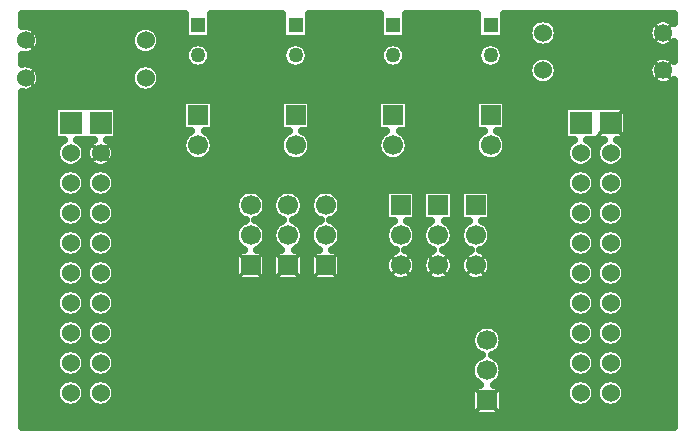
<source format=gbl>
G04 DipTrace 3.2.0.1*
G04 PCBTutorial.gbl*
%MOIN*%
G04 #@! TF.FileFunction,Copper,L2,Bot*
G04 #@! TF.Part,Single*
G04 #@! TA.AperFunction,Conductor*
%ADD14C,0.006*%
G04 #@! TA.AperFunction,CopperBalancing*
%ADD15C,0.013*%
%ADD16C,0.025*%
G04 #@! TA.AperFunction,ComponentPad*
%ADD18C,0.05*%
%ADD19R,0.05X0.05*%
%ADD20R,0.066929X0.066929*%
%ADD21C,0.066929*%
%ADD23C,0.06*%
%ADD24C,0.06*%
%ADD29R,0.074X0.074*%
G04 #@! TA.AperFunction,ViaPad*
%ADD30C,0.04*%
%FSLAX26Y26*%
G04*
G70*
G90*
G75*
G01*
G04 Bottom*
%LPD*%
X1444000Y544000D2*
D14*
Y569000D1*
X1694000Y794000D2*
X1719000D1*
X944197Y844000D2*
X969000D1*
X969197Y744000D2*
X994000D1*
X1519197Y844000D2*
X1494000D1*
X1519197Y694000D2*
X1494000D1*
D30*
X1444000Y544000D3*
X1694000Y794000D3*
X944197Y844000D3*
X969197Y744000D3*
X1519197Y844000D3*
Y694000D3*
X459018Y1806631D2*
D16*
X997412D1*
X1090615D2*
X1322415D1*
X1415583D2*
X1647382D1*
X1740585D2*
X1972386D1*
X2065589D2*
X2159953D1*
X2228037D2*
X2559953D1*
X502869Y1781762D2*
X835108D1*
X902870D2*
X997412D1*
X1090615D2*
X1322415D1*
X1415583D2*
X1647382D1*
X1740585D2*
X1972386D1*
X2065589D2*
X2144092D1*
X2243898D2*
X2544092D1*
X518873Y1756894D2*
X819139D1*
X918874D2*
X997412D1*
X1090615D2*
X1322415D1*
X1415583D2*
X1647382D1*
X1740585D2*
X1972386D1*
X2065589D2*
X2143912D1*
X2244077D2*
X2543913D1*
X519123Y1732025D2*
X818888D1*
X919125D2*
X1019157D1*
X1068833D2*
X1344161D1*
X1393837D2*
X1669164D1*
X1718840D2*
X1994167D1*
X2043843D2*
X2159198D1*
X2228790D2*
X2559199D1*
X503945Y1707156D2*
X834031D1*
X903946D2*
X999421D1*
X1088606D2*
X1324425D1*
X1413609D2*
X1649392D1*
X1738576D2*
X1974395D1*
X2063579D2*
X2628995D1*
X459018Y1682287D2*
X998991D1*
X1089001D2*
X1323995D1*
X1414004D2*
X1648997D1*
X1739007D2*
X1974000D1*
X2064010D2*
X2160777D1*
X2227247D2*
X2560778D1*
X502079Y1657419D2*
X835933D1*
X902080D2*
X1016861D1*
X1071130D2*
X1341865D1*
X1396134D2*
X1666867D1*
X1721136D2*
X1991870D1*
X2046139D2*
X2144270D1*
X2243718D2*
X2544272D1*
X518693Y1632550D2*
X819319D1*
X918694D2*
X2143769D1*
X2244256D2*
X2543769D1*
X519268Y1607681D2*
X818709D1*
X919269D2*
X2158445D1*
X2229543D2*
X2558446D1*
X504698Y1582812D2*
X833314D1*
X904699D2*
X2628995D1*
X459018Y1557944D2*
X2628995D1*
X459018Y1533075D2*
X988944D1*
X1099049D2*
X1313946D1*
X1424051D2*
X1638950D1*
X1749054D2*
X1963953D1*
X2074058D2*
X2628995D1*
X459018Y1508206D2*
X560415D1*
X777597D2*
X988944D1*
X1099049D2*
X1313946D1*
X1424051D2*
X1638950D1*
X1749054D2*
X1963953D1*
X2074058D2*
X2260392D1*
X2477612D2*
X2628995D1*
X459018Y1483337D2*
X560415D1*
X777597D2*
X988944D1*
X1099049D2*
X1313946D1*
X1424051D2*
X1638950D1*
X1749054D2*
X1963953D1*
X2074058D2*
X2260392D1*
X2477612D2*
X2628995D1*
X459018Y1458469D2*
X560415D1*
X777597D2*
X988944D1*
X1099049D2*
X1313946D1*
X1424051D2*
X1638950D1*
X1749054D2*
X1963953D1*
X2074058D2*
X2260392D1*
X2477612D2*
X2628995D1*
X459018Y1433600D2*
X560415D1*
X777597D2*
X1006921D1*
X1081071D2*
X1331925D1*
X1406073D2*
X1656928D1*
X1731076D2*
X1981930D1*
X2056080D2*
X2260392D1*
X2477612D2*
X2628995D1*
X459018Y1408731D2*
X587651D1*
X650353D2*
X687660D1*
X750362D2*
X991025D1*
X1096967D2*
X1316028D1*
X1421970D2*
X1641031D1*
X1746974D2*
X1966034D1*
X2071941D2*
X2287664D1*
X2350366D2*
X2387638D1*
X2450339D2*
X2628995D1*
X459018Y1383862D2*
X569709D1*
X768303D2*
X989912D1*
X1098080D2*
X1314916D1*
X1423083D2*
X1639919D1*
X1748085D2*
X1964921D1*
X2073089D2*
X2269686D1*
X2468281D2*
X2628995D1*
X459018Y1358993D2*
X568417D1*
X769559D2*
X1002293D1*
X1085699D2*
X1327295D1*
X1410702D2*
X1652299D1*
X1735706D2*
X1977302D1*
X2060709D2*
X2268430D1*
X2469573D2*
X2628995D1*
X459018Y1334125D2*
X581945D1*
X656058D2*
X681954D1*
X756067D2*
X2281923D1*
X2356071D2*
X2381932D1*
X2456045D2*
X2628995D1*
X459018Y1309256D2*
X588404D1*
X649598D2*
X688378D1*
X749608D2*
X2288382D1*
X2349612D2*
X2388391D1*
X2449622D2*
X2628995D1*
X459018Y1284387D2*
X569888D1*
X768125D2*
X2269865D1*
X2468138D2*
X2628995D1*
X459018Y1259518D2*
X568310D1*
X769668D2*
X2268323D1*
X2469681D2*
X2628995D1*
X459018Y1234650D2*
X581407D1*
X656596D2*
X681416D1*
X756570D2*
X1183185D1*
X1254822D2*
X1308169D1*
X1379843D2*
X1433190D1*
X1504827D2*
X1663925D1*
X1774066D2*
X1788946D1*
X1899050D2*
X1913930D1*
X2024071D2*
X2281420D1*
X2356573D2*
X2381429D1*
X2456583D2*
X2628995D1*
X459018Y1209781D2*
X589157D1*
X648845D2*
X689167D1*
X748854D2*
X1166354D1*
X1271651D2*
X1291375D1*
X1396636D2*
X1416360D1*
X1521656D2*
X1663925D1*
X1774066D2*
X1788946D1*
X1899050D2*
X1913930D1*
X2024071D2*
X2289171D1*
X2348858D2*
X2389144D1*
X2448832D2*
X2628995D1*
X459018Y1184912D2*
X570067D1*
X767945D2*
X1164740D1*
X1273266D2*
X1289724D1*
X1398286D2*
X1414710D1*
X1523272D2*
X1663925D1*
X1774066D2*
X1788946D1*
X1899050D2*
X1913930D1*
X2024071D2*
X2270045D1*
X2467958D2*
X2628995D1*
X459018Y1160043D2*
X568238D1*
X769776D2*
X1176366D1*
X1261639D2*
X1301387D1*
X1386625D2*
X1426371D1*
X1511609D2*
X1663925D1*
X1774066D2*
X1788946D1*
X1899050D2*
X1913930D1*
X2024071D2*
X2268215D1*
X2469789D2*
X2628995D1*
X459018Y1135175D2*
X580904D1*
X657098D2*
X680913D1*
X757108D2*
X1183831D1*
X1254176D2*
X1308815D1*
X1379160D2*
X1433836D1*
X1504181D2*
X1683841D1*
X1754186D2*
X1808825D1*
X1879171D2*
X1933810D1*
X2004192D2*
X2280917D1*
X2357076D2*
X2380927D1*
X2457085D2*
X2628995D1*
X459018Y1110306D2*
X589948D1*
X648056D2*
X689957D1*
X748029D2*
X1166534D1*
X1271472D2*
X1291518D1*
X1396457D2*
X1416539D1*
X1521476D2*
X1666545D1*
X1771482D2*
X1791529D1*
X1896467D2*
X1916514D1*
X2021487D2*
X2289961D1*
X2348033D2*
X2389970D1*
X2448042D2*
X2628995D1*
X459018Y1085437D2*
X570247D1*
X767765D2*
X1164633D1*
X1273374D2*
X1289654D1*
X1398358D2*
X1414638D1*
X1523379D2*
X1664643D1*
X1773348D2*
X1789627D1*
X1898369D2*
X1914648D1*
X2023353D2*
X2270224D1*
X2467778D2*
X2628995D1*
X459018Y1060568D2*
X568130D1*
X769883D2*
X1175936D1*
X1262070D2*
X1300921D1*
X1387055D2*
X1425941D1*
X1512075D2*
X1675946D1*
X1762080D2*
X1800930D1*
X1887066D2*
X1925951D1*
X2012050D2*
X2268143D1*
X2469860D2*
X2628995D1*
X459018Y1035699D2*
X580402D1*
X657566D2*
X680411D1*
X757575D2*
X1163950D1*
X1274055D2*
X1288936D1*
X1399076D2*
X1413920D1*
X1524060D2*
X1684487D1*
X1753504D2*
X1809507D1*
X1878488D2*
X1934492D1*
X2003509D2*
X2280416D1*
X2357579D2*
X2380425D1*
X2457588D2*
X2628995D1*
X459018Y1010831D2*
X590773D1*
X647194D2*
X690782D1*
X747203D2*
X1163950D1*
X1274055D2*
X1288936D1*
X1399076D2*
X1413920D1*
X1524060D2*
X1666688D1*
X1771303D2*
X1791709D1*
X1896287D2*
X1916693D1*
X2021308D2*
X2290786D1*
X2347207D2*
X2390795D1*
X2447217D2*
X2628995D1*
X459018Y985962D2*
X570427D1*
X767587D2*
X1163950D1*
X1274055D2*
X1288936D1*
X1399076D2*
X1413920D1*
X1524060D2*
X1664571D1*
X1773455D2*
X1789555D1*
X1898441D2*
X1914541D1*
X2023461D2*
X2270440D1*
X2467563D2*
X2628995D1*
X459018Y961093D2*
X568058D1*
X769954D2*
X1163950D1*
X1274055D2*
X1288936D1*
X1399076D2*
X1413920D1*
X1524060D2*
X1675516D1*
X1762475D2*
X1800500D1*
X1887496D2*
X1925521D1*
X2012480D2*
X2268035D1*
X2469967D2*
X2628995D1*
X459018Y936224D2*
X579936D1*
X658067D2*
X679945D1*
X758076D2*
X2279949D1*
X2358045D2*
X2379958D1*
X2458054D2*
X2628995D1*
X459018Y911356D2*
X591669D1*
X646333D2*
X691678D1*
X746343D2*
X2291647D1*
X2346346D2*
X2391656D1*
X2446320D2*
X2628995D1*
X459018Y886487D2*
X570606D1*
X767371D2*
X2270619D1*
X2467385D2*
X2628995D1*
X459018Y861618D2*
X567950D1*
X770026D2*
X2267963D1*
X2470039D2*
X2628995D1*
X459018Y836749D2*
X579469D1*
X658534D2*
X679478D1*
X758508D2*
X2279483D1*
X2358512D2*
X2379492D1*
X2458521D2*
X2628995D1*
X459018Y811881D2*
X592567D1*
X645400D2*
X692576D1*
X745409D2*
X2292580D1*
X2345413D2*
X2392589D1*
X2445423D2*
X2628995D1*
X459018Y787012D2*
X570822D1*
X767192D2*
X1973785D1*
X2039214D2*
X2270835D1*
X2467169D2*
X2628995D1*
X459018Y762143D2*
X567878D1*
X770134D2*
X1954659D1*
X2058340D2*
X2267892D1*
X2470112D2*
X2628995D1*
X459018Y737274D2*
X579038D1*
X658965D2*
X679012D1*
X758974D2*
X1951860D1*
X2061139D2*
X2279016D1*
X2358978D2*
X2379025D1*
X2458987D2*
X2628995D1*
X459018Y712406D2*
X593535D1*
X644467D2*
X693545D1*
X744441D2*
X1961979D1*
X2051020D2*
X2293549D1*
X2344445D2*
X2393558D1*
X2444454D2*
X2628995D1*
X459018Y687537D2*
X571037D1*
X766976D2*
X1974538D1*
X2038461D2*
X2271050D1*
X2466954D2*
X2628995D1*
X459018Y662668D2*
X567807D1*
X770206D2*
X1954874D1*
X2058125D2*
X2267820D1*
X2470182D2*
X2628995D1*
X459018Y637799D2*
X578572D1*
X659395D2*
X678581D1*
X759404D2*
X1951787D1*
X2061211D2*
X2278585D1*
X2359408D2*
X2378594D1*
X2459417D2*
X2628995D1*
X459018Y612930D2*
X594576D1*
X643427D2*
X694585D1*
X743436D2*
X1961584D1*
X2051415D2*
X2294554D1*
X2343440D2*
X2394563D1*
X2443413D2*
X2628995D1*
X459018Y588062D2*
X571252D1*
X766761D2*
X1951429D1*
X2061570D2*
X2271265D1*
X2466738D2*
X2628995D1*
X459018Y563193D2*
X567735D1*
X770241D2*
X1951429D1*
X2061570D2*
X2267748D1*
X2470255D2*
X2628995D1*
X459018Y538324D2*
X578177D1*
X659825D2*
X678151D1*
X759835D2*
X1951429D1*
X2061570D2*
X2278155D1*
X2359839D2*
X2378164D1*
X2459848D2*
X2628995D1*
X459018Y513455D2*
X1951429D1*
X2061570D2*
X2628995D1*
X459018Y488587D2*
X2628995D1*
X459018Y463718D2*
X2628995D1*
X572087Y1525100D2*
X775100D1*
Y1412900D1*
X740974D1*
X746769Y1409493D1*
X752496Y1404900D1*
X757475Y1399504D1*
X761593Y1393425D1*
X764760Y1386801D1*
X766903Y1379778D1*
X767974Y1372514D1*
X767962Y1365329D1*
X766867Y1358068D1*
X764702Y1351052D1*
X761516Y1344438D1*
X757378Y1338374D1*
X752382Y1332993D1*
X746639Y1328419D1*
X740278Y1324751D1*
X733442Y1322072D1*
X726283Y1320444D1*
X718961Y1319900D1*
X711639Y1320455D1*
X704483Y1322096D1*
X697651Y1324785D1*
X691297Y1328462D1*
X685562Y1333047D1*
X680573Y1338434D1*
X676445Y1344507D1*
X673269Y1351126D1*
X671115Y1358146D1*
X670031Y1365407D1*
X670043Y1372749D1*
X671150Y1380008D1*
X673327Y1387020D1*
X676524Y1393630D1*
X680672Y1399688D1*
X685676Y1405060D1*
X691427Y1409626D1*
X697029Y1412900D1*
X641291Y1412748D1*
X647861Y1408723D1*
X653719Y1403719D1*
X658723Y1397861D1*
X662748Y1391291D1*
X665697Y1384173D1*
X667496Y1376681D1*
X668100Y1369000D1*
X667496Y1361319D1*
X665697Y1353827D1*
X662748Y1346709D1*
X658723Y1340139D1*
X653719Y1334281D1*
X647861Y1329277D1*
X641291Y1325252D1*
X634173Y1322303D1*
X626681Y1320504D1*
X619000Y1319900D1*
X611319Y1320504D1*
X603827Y1322303D1*
X596709Y1325252D1*
X590139Y1329277D1*
X584281Y1334281D1*
X579277Y1340139D1*
X575252Y1346709D1*
X572303Y1353827D1*
X570504Y1361319D1*
X569900Y1369000D1*
X570504Y1376681D1*
X572303Y1384173D1*
X575252Y1391291D1*
X579277Y1397861D1*
X584281Y1403719D1*
X590139Y1408723D1*
X597051Y1412906D1*
X562900Y1412900D1*
Y1525100D1*
X572087D1*
X667949Y1265148D2*
X666743Y1257538D1*
X664362Y1250210D1*
X660865Y1243345D1*
X656336Y1237112D1*
X650888Y1231664D1*
X644655Y1227135D1*
X637790Y1223638D1*
X630462Y1221257D1*
X622852Y1220051D1*
X615148D1*
X607538Y1221257D1*
X600210Y1223638D1*
X593345Y1227135D1*
X587112Y1231664D1*
X581664Y1237112D1*
X577135Y1243345D1*
X573638Y1250210D1*
X571257Y1257538D1*
X570051Y1265148D1*
Y1272852D1*
X571257Y1280462D1*
X573638Y1287790D1*
X577135Y1294655D1*
X581664Y1300888D1*
X587112Y1306336D1*
X593345Y1310865D1*
X600210Y1314362D1*
X607538Y1316743D1*
X615148Y1317949D1*
X622852D1*
X630462Y1316743D1*
X637790Y1314362D1*
X644655Y1310865D1*
X650888Y1306336D1*
X656336Y1300888D1*
X660865Y1294655D1*
X664362Y1287790D1*
X666743Y1280462D1*
X667949Y1272852D1*
Y1265148D1*
Y1165148D2*
X666743Y1157538D1*
X664362Y1150210D1*
X660865Y1143345D1*
X656336Y1137112D1*
X650888Y1131664D1*
X644655Y1127135D1*
X637790Y1123638D1*
X630462Y1121257D1*
X622852Y1120051D1*
X615148D1*
X607538Y1121257D1*
X600210Y1123638D1*
X593345Y1127135D1*
X587112Y1131664D1*
X581664Y1137112D1*
X577135Y1143345D1*
X573638Y1150210D1*
X571257Y1157538D1*
X570051Y1165148D1*
Y1172852D1*
X571257Y1180462D1*
X573638Y1187790D1*
X577135Y1194655D1*
X581664Y1200888D1*
X587112Y1206336D1*
X593345Y1210865D1*
X600210Y1214362D1*
X607538Y1216743D1*
X615148Y1217949D1*
X622852D1*
X630462Y1216743D1*
X637790Y1214362D1*
X644655Y1210865D1*
X650888Y1206336D1*
X656336Y1200888D1*
X660865Y1194655D1*
X664362Y1187790D1*
X666743Y1180462D1*
X667949Y1172852D1*
Y1165148D1*
Y1065148D2*
X666743Y1057538D1*
X664362Y1050210D1*
X660865Y1043345D1*
X656336Y1037112D1*
X650888Y1031664D1*
X644655Y1027135D1*
X637790Y1023638D1*
X630462Y1021257D1*
X622852Y1020051D1*
X615148D1*
X607538Y1021257D1*
X600210Y1023638D1*
X593345Y1027135D1*
X587112Y1031664D1*
X581664Y1037112D1*
X577135Y1043345D1*
X573638Y1050210D1*
X571257Y1057538D1*
X570051Y1065148D1*
Y1072852D1*
X571257Y1080462D1*
X573638Y1087790D1*
X577135Y1094655D1*
X581664Y1100888D1*
X587112Y1106336D1*
X593345Y1110865D1*
X600210Y1114362D1*
X607538Y1116743D1*
X615148Y1117949D1*
X622852D1*
X630462Y1116743D1*
X637790Y1114362D1*
X644655Y1110865D1*
X650888Y1106336D1*
X656336Y1100888D1*
X660865Y1094655D1*
X664362Y1087790D1*
X666743Y1080462D1*
X667949Y1072852D1*
Y1065148D1*
Y965148D2*
X666743Y957538D1*
X664362Y950210D1*
X660865Y943345D1*
X656336Y937112D1*
X650888Y931664D1*
X644655Y927135D1*
X637790Y923638D1*
X630462Y921257D1*
X622852Y920051D1*
X615148D1*
X607538Y921257D1*
X600210Y923638D1*
X593345Y927135D1*
X587112Y931664D1*
X581664Y937112D1*
X577135Y943345D1*
X573638Y950210D1*
X571257Y957538D1*
X570051Y965148D1*
Y972852D1*
X571257Y980462D1*
X573638Y987790D1*
X577135Y994655D1*
X581664Y1000888D1*
X587112Y1006336D1*
X593345Y1010865D1*
X600210Y1014362D1*
X607538Y1016743D1*
X615148Y1017949D1*
X622852D1*
X630462Y1016743D1*
X637790Y1014362D1*
X644655Y1010865D1*
X650888Y1006336D1*
X656336Y1000888D1*
X660865Y994655D1*
X664362Y987790D1*
X666743Y980462D1*
X667949Y972852D1*
Y965148D1*
Y865148D2*
X666743Y857538D1*
X664362Y850210D1*
X660865Y843345D1*
X656336Y837112D1*
X650888Y831664D1*
X644655Y827135D1*
X637790Y823638D1*
X630462Y821257D1*
X622852Y820051D1*
X615148D1*
X607538Y821257D1*
X600210Y823638D1*
X593345Y827135D1*
X587112Y831664D1*
X581664Y837112D1*
X577135Y843345D1*
X573638Y850210D1*
X571257Y857538D1*
X570051Y865148D1*
Y872852D1*
X571257Y880462D1*
X573638Y887790D1*
X577135Y894655D1*
X581664Y900888D1*
X587112Y906336D1*
X593345Y910865D1*
X600210Y914362D1*
X607538Y916743D1*
X615148Y917949D1*
X622852D1*
X630462Y916743D1*
X637790Y914362D1*
X644655Y910865D1*
X650888Y906336D1*
X656336Y900888D1*
X660865Y894655D1*
X664362Y887790D1*
X666743Y880462D1*
X667949Y872852D1*
Y865148D1*
Y765148D2*
X666743Y757538D1*
X664362Y750210D1*
X660865Y743345D1*
X656336Y737112D1*
X650888Y731664D1*
X644655Y727135D1*
X637790Y723638D1*
X630462Y721257D1*
X622852Y720051D1*
X615148D1*
X607538Y721257D1*
X600210Y723638D1*
X593345Y727135D1*
X587112Y731664D1*
X581664Y737112D1*
X577135Y743345D1*
X573638Y750210D1*
X571257Y757538D1*
X570051Y765148D1*
Y772852D1*
X571257Y780462D1*
X573638Y787790D1*
X577135Y794655D1*
X581664Y800888D1*
X587112Y806336D1*
X593345Y810865D1*
X600210Y814362D1*
X607538Y816743D1*
X615148Y817949D1*
X622852D1*
X630462Y816743D1*
X637790Y814362D1*
X644655Y810865D1*
X650888Y806336D1*
X656336Y800888D1*
X660865Y794655D1*
X664362Y787790D1*
X666743Y780462D1*
X667949Y772852D1*
Y765148D1*
Y665148D2*
X666743Y657538D1*
X664362Y650210D1*
X660865Y643345D1*
X656336Y637112D1*
X650888Y631664D1*
X644655Y627135D1*
X637790Y623638D1*
X630462Y621257D1*
X622852Y620051D1*
X615148D1*
X607538Y621257D1*
X600210Y623638D1*
X593345Y627135D1*
X587112Y631664D1*
X581664Y637112D1*
X577135Y643345D1*
X573638Y650210D1*
X571257Y657538D1*
X570051Y665148D1*
Y672852D1*
X571257Y680462D1*
X573638Y687790D1*
X577135Y694655D1*
X581664Y700888D1*
X587112Y706336D1*
X593345Y710865D1*
X600210Y714362D1*
X607538Y716743D1*
X615148Y717949D1*
X622852D1*
X630462Y716743D1*
X637790Y714362D1*
X644655Y710865D1*
X650888Y706336D1*
X656336Y700888D1*
X660865Y694655D1*
X664362Y687790D1*
X666743Y680462D1*
X667949Y672852D1*
Y665148D1*
Y565148D2*
X666743Y557538D1*
X664362Y550210D1*
X660865Y543345D1*
X656336Y537112D1*
X650888Y531664D1*
X644655Y527135D1*
X637790Y523638D1*
X630462Y521257D1*
X622852Y520051D1*
X615148D1*
X607538Y521257D1*
X600210Y523638D1*
X593345Y527135D1*
X587112Y531664D1*
X581664Y537112D1*
X577135Y543345D1*
X573638Y550210D1*
X571257Y557538D1*
X570051Y565148D1*
Y572852D1*
X571257Y580462D1*
X573638Y587790D1*
X577135Y594655D1*
X581664Y600888D1*
X587112Y606336D1*
X593345Y610865D1*
X600210Y614362D1*
X607538Y616743D1*
X615148Y617949D1*
X622852D1*
X630462Y616743D1*
X637790Y614362D1*
X644655Y610865D1*
X650888Y606336D1*
X656336Y600888D1*
X660865Y594655D1*
X664362Y587790D1*
X666743Y580462D1*
X667949Y572852D1*
Y565148D1*
X767949Y1265148D2*
X766743Y1257538D1*
X764362Y1250210D1*
X760865Y1243345D1*
X756336Y1237112D1*
X750888Y1231664D1*
X744655Y1227135D1*
X737790Y1223638D1*
X730462Y1221257D1*
X722852Y1220051D1*
X715148D1*
X707538Y1221257D1*
X700210Y1223638D1*
X693345Y1227135D1*
X687112Y1231664D1*
X681664Y1237112D1*
X677135Y1243345D1*
X673638Y1250210D1*
X671257Y1257538D1*
X670051Y1265148D1*
Y1272852D1*
X671257Y1280462D1*
X673638Y1287790D1*
X677135Y1294655D1*
X681664Y1300888D1*
X687112Y1306336D1*
X693345Y1310865D1*
X700210Y1314362D1*
X707538Y1316743D1*
X715148Y1317949D1*
X722852D1*
X730462Y1316743D1*
X737790Y1314362D1*
X744655Y1310865D1*
X750888Y1306336D1*
X756336Y1300888D1*
X760865Y1294655D1*
X764362Y1287790D1*
X766743Y1280462D1*
X767949Y1272852D1*
Y1265148D1*
Y1165148D2*
X766743Y1157538D1*
X764362Y1150210D1*
X760865Y1143345D1*
X756336Y1137112D1*
X750888Y1131664D1*
X744655Y1127135D1*
X737790Y1123638D1*
X730462Y1121257D1*
X722852Y1120051D1*
X715148D1*
X707538Y1121257D1*
X700210Y1123638D1*
X693345Y1127135D1*
X687112Y1131664D1*
X681664Y1137112D1*
X677135Y1143345D1*
X673638Y1150210D1*
X671257Y1157538D1*
X670051Y1165148D1*
Y1172852D1*
X671257Y1180462D1*
X673638Y1187790D1*
X677135Y1194655D1*
X681664Y1200888D1*
X687112Y1206336D1*
X693345Y1210865D1*
X700210Y1214362D1*
X707538Y1216743D1*
X715148Y1217949D1*
X722852D1*
X730462Y1216743D1*
X737790Y1214362D1*
X744655Y1210865D1*
X750888Y1206336D1*
X756336Y1200888D1*
X760865Y1194655D1*
X764362Y1187790D1*
X766743Y1180462D1*
X767949Y1172852D1*
Y1165148D1*
Y1065148D2*
X766743Y1057538D1*
X764362Y1050210D1*
X760865Y1043345D1*
X756336Y1037112D1*
X750888Y1031664D1*
X744655Y1027135D1*
X737790Y1023638D1*
X730462Y1021257D1*
X722852Y1020051D1*
X715148D1*
X707538Y1021257D1*
X700210Y1023638D1*
X693345Y1027135D1*
X687112Y1031664D1*
X681664Y1037112D1*
X677135Y1043345D1*
X673638Y1050210D1*
X671257Y1057538D1*
X670051Y1065148D1*
Y1072852D1*
X671257Y1080462D1*
X673638Y1087790D1*
X677135Y1094655D1*
X681664Y1100888D1*
X687112Y1106336D1*
X693345Y1110865D1*
X700210Y1114362D1*
X707538Y1116743D1*
X715148Y1117949D1*
X722852D1*
X730462Y1116743D1*
X737790Y1114362D1*
X744655Y1110865D1*
X750888Y1106336D1*
X756336Y1100888D1*
X760865Y1094655D1*
X764362Y1087790D1*
X766743Y1080462D1*
X767949Y1072852D1*
Y1065148D1*
Y965148D2*
X766743Y957538D1*
X764362Y950210D1*
X760865Y943345D1*
X756336Y937112D1*
X750888Y931664D1*
X744655Y927135D1*
X737790Y923638D1*
X730462Y921257D1*
X722852Y920051D1*
X715148D1*
X707538Y921257D1*
X700210Y923638D1*
X693345Y927135D1*
X687112Y931664D1*
X681664Y937112D1*
X677135Y943345D1*
X673638Y950210D1*
X671257Y957538D1*
X670051Y965148D1*
Y972852D1*
X671257Y980462D1*
X673638Y987790D1*
X677135Y994655D1*
X681664Y1000888D1*
X687112Y1006336D1*
X693345Y1010865D1*
X700210Y1014362D1*
X707538Y1016743D1*
X715148Y1017949D1*
X722852D1*
X730462Y1016743D1*
X737790Y1014362D1*
X744655Y1010865D1*
X750888Y1006336D1*
X756336Y1000888D1*
X760865Y994655D1*
X764362Y987790D1*
X766743Y980462D1*
X767949Y972852D1*
Y965148D1*
Y865148D2*
X766743Y857538D1*
X764362Y850210D1*
X760865Y843345D1*
X756336Y837112D1*
X750888Y831664D1*
X744655Y827135D1*
X737790Y823638D1*
X730462Y821257D1*
X722852Y820051D1*
X715148D1*
X707538Y821257D1*
X700210Y823638D1*
X693345Y827135D1*
X687112Y831664D1*
X681664Y837112D1*
X677135Y843345D1*
X673638Y850210D1*
X671257Y857538D1*
X670051Y865148D1*
Y872852D1*
X671257Y880462D1*
X673638Y887790D1*
X677135Y894655D1*
X681664Y900888D1*
X687112Y906336D1*
X693345Y910865D1*
X700210Y914362D1*
X707538Y916743D1*
X715148Y917949D1*
X722852D1*
X730462Y916743D1*
X737790Y914362D1*
X744655Y910865D1*
X750888Y906336D1*
X756336Y900888D1*
X760865Y894655D1*
X764362Y887790D1*
X766743Y880462D1*
X767949Y872852D1*
Y865148D1*
Y765148D2*
X766743Y757538D1*
X764362Y750210D1*
X760865Y743345D1*
X756336Y737112D1*
X750888Y731664D1*
X744655Y727135D1*
X737790Y723638D1*
X730462Y721257D1*
X722852Y720051D1*
X715148D1*
X707538Y721257D1*
X700210Y723638D1*
X693345Y727135D1*
X687112Y731664D1*
X681664Y737112D1*
X677135Y743345D1*
X673638Y750210D1*
X671257Y757538D1*
X670051Y765148D1*
Y772852D1*
X671257Y780462D1*
X673638Y787790D1*
X677135Y794655D1*
X681664Y800888D1*
X687112Y806336D1*
X693345Y810865D1*
X700210Y814362D1*
X707538Y816743D1*
X715148Y817949D1*
X722852D1*
X730462Y816743D1*
X737790Y814362D1*
X744655Y810865D1*
X750888Y806336D1*
X756336Y800888D1*
X760865Y794655D1*
X764362Y787790D1*
X766743Y780462D1*
X767949Y772852D1*
Y765148D1*
Y665148D2*
X766743Y657538D1*
X764362Y650210D1*
X760865Y643345D1*
X756336Y637112D1*
X750888Y631664D1*
X744655Y627135D1*
X737790Y623638D1*
X730462Y621257D1*
X722852Y620051D1*
X715148D1*
X707538Y621257D1*
X700210Y623638D1*
X693345Y627135D1*
X687112Y631664D1*
X681664Y637112D1*
X677135Y643345D1*
X673638Y650210D1*
X671257Y657538D1*
X670051Y665148D1*
Y672852D1*
X671257Y680462D1*
X673638Y687790D1*
X677135Y694655D1*
X681664Y700888D1*
X687112Y706336D1*
X693345Y710865D1*
X700210Y714362D1*
X707538Y716743D1*
X715148Y717949D1*
X722852D1*
X730462Y716743D1*
X737790Y714362D1*
X744655Y710865D1*
X750888Y706336D1*
X756336Y700888D1*
X760865Y694655D1*
X764362Y687790D1*
X766743Y680462D1*
X767949Y672852D1*
Y665148D1*
Y565148D2*
X766743Y557538D1*
X764362Y550210D1*
X760865Y543345D1*
X756336Y537112D1*
X750888Y531664D1*
X744655Y527135D1*
X737790Y523638D1*
X730462Y521257D1*
X722852Y520051D1*
X715148D1*
X707538Y521257D1*
X700210Y523638D1*
X693345Y527135D1*
X687112Y531664D1*
X681664Y537112D1*
X677135Y543345D1*
X673638Y550210D1*
X671257Y557538D1*
X670051Y565148D1*
Y572852D1*
X671257Y580462D1*
X673638Y587790D1*
X677135Y594655D1*
X681664Y600888D1*
X687112Y606336D1*
X693345Y610865D1*
X700210Y614362D1*
X707538Y616743D1*
X715148Y617949D1*
X722852D1*
X730462Y616743D1*
X737790Y614362D1*
X744655Y610865D1*
X750888Y606336D1*
X756336Y600888D1*
X760865Y594655D1*
X764362Y587790D1*
X766743Y580462D1*
X767949Y572852D1*
Y565148D1*
X2272087Y1525100D2*
X2475100D1*
Y1412900D1*
X2441291Y1412748D1*
X2447861Y1408723D1*
X2453719Y1403719D1*
X2458723Y1397861D1*
X2462748Y1391291D1*
X2465697Y1384173D1*
X2467496Y1376681D1*
X2468100Y1369000D1*
X2467496Y1361319D1*
X2465697Y1353827D1*
X2462748Y1346709D1*
X2458723Y1340139D1*
X2453719Y1334281D1*
X2447861Y1329277D1*
X2441291Y1325252D1*
X2434173Y1322303D1*
X2426681Y1320504D1*
X2419000Y1319900D1*
X2411319Y1320504D1*
X2403827Y1322303D1*
X2396709Y1325252D1*
X2390139Y1329277D1*
X2384281Y1334281D1*
X2379277Y1340139D1*
X2375252Y1346709D1*
X2372303Y1353827D1*
X2370504Y1361319D1*
X2369900Y1369000D1*
X2370504Y1376681D1*
X2372303Y1384173D1*
X2375252Y1391291D1*
X2379277Y1397861D1*
X2384281Y1403719D1*
X2390139Y1408723D1*
X2397051Y1412906D1*
X2341291Y1412748D1*
X2347861Y1408723D1*
X2353719Y1403719D1*
X2358723Y1397861D1*
X2362748Y1391291D1*
X2365697Y1384173D1*
X2367496Y1376681D1*
X2368100Y1369000D1*
X2367496Y1361319D1*
X2365697Y1353827D1*
X2362748Y1346709D1*
X2358723Y1340139D1*
X2353719Y1334281D1*
X2347861Y1329277D1*
X2341291Y1325252D1*
X2334173Y1322303D1*
X2326681Y1320504D1*
X2319000Y1319900D1*
X2311319Y1320504D1*
X2303827Y1322303D1*
X2296709Y1325252D1*
X2290139Y1329277D1*
X2284281Y1334281D1*
X2279277Y1340139D1*
X2275252Y1346709D1*
X2272303Y1353827D1*
X2270504Y1361319D1*
X2269900Y1369000D1*
X2270504Y1376681D1*
X2272303Y1384173D1*
X2275252Y1391291D1*
X2279277Y1397861D1*
X2284281Y1403719D1*
X2290139Y1408723D1*
X2297051Y1412906D1*
X2262900Y1412900D1*
Y1525100D1*
X2272087D1*
X2367949Y1265148D2*
X2366743Y1257538D1*
X2364362Y1250210D1*
X2360865Y1243345D1*
X2356336Y1237112D1*
X2350888Y1231664D1*
X2344655Y1227135D1*
X2337790Y1223638D1*
X2330462Y1221257D1*
X2322852Y1220051D1*
X2315148D1*
X2307538Y1221257D1*
X2300210Y1223638D1*
X2293345Y1227135D1*
X2287112Y1231664D1*
X2281664Y1237112D1*
X2277135Y1243345D1*
X2273638Y1250210D1*
X2271257Y1257538D1*
X2270051Y1265148D1*
Y1272852D1*
X2271257Y1280462D1*
X2273638Y1287790D1*
X2277135Y1294655D1*
X2281664Y1300888D1*
X2287112Y1306336D1*
X2293345Y1310865D1*
X2300210Y1314362D1*
X2307538Y1316743D1*
X2315148Y1317949D1*
X2322852D1*
X2330462Y1316743D1*
X2337790Y1314362D1*
X2344655Y1310865D1*
X2350888Y1306336D1*
X2356336Y1300888D1*
X2360865Y1294655D1*
X2364362Y1287790D1*
X2366743Y1280462D1*
X2367949Y1272852D1*
Y1265148D1*
Y1165148D2*
X2366743Y1157538D1*
X2364362Y1150210D1*
X2360865Y1143345D1*
X2356336Y1137112D1*
X2350888Y1131664D1*
X2344655Y1127135D1*
X2337790Y1123638D1*
X2330462Y1121257D1*
X2322852Y1120051D1*
X2315148D1*
X2307538Y1121257D1*
X2300210Y1123638D1*
X2293345Y1127135D1*
X2287112Y1131664D1*
X2281664Y1137112D1*
X2277135Y1143345D1*
X2273638Y1150210D1*
X2271257Y1157538D1*
X2270051Y1165148D1*
Y1172852D1*
X2271257Y1180462D1*
X2273638Y1187790D1*
X2277135Y1194655D1*
X2281664Y1200888D1*
X2287112Y1206336D1*
X2293345Y1210865D1*
X2300210Y1214362D1*
X2307538Y1216743D1*
X2315148Y1217949D1*
X2322852D1*
X2330462Y1216743D1*
X2337790Y1214362D1*
X2344655Y1210865D1*
X2350888Y1206336D1*
X2356336Y1200888D1*
X2360865Y1194655D1*
X2364362Y1187790D1*
X2366743Y1180462D1*
X2367949Y1172852D1*
Y1165148D1*
Y1065148D2*
X2366743Y1057538D1*
X2364362Y1050210D1*
X2360865Y1043345D1*
X2356336Y1037112D1*
X2350888Y1031664D1*
X2344655Y1027135D1*
X2337790Y1023638D1*
X2330462Y1021257D1*
X2322852Y1020051D1*
X2315148D1*
X2307538Y1021257D1*
X2300210Y1023638D1*
X2293345Y1027135D1*
X2287112Y1031664D1*
X2281664Y1037112D1*
X2277135Y1043345D1*
X2273638Y1050210D1*
X2271257Y1057538D1*
X2270051Y1065148D1*
Y1072852D1*
X2271257Y1080462D1*
X2273638Y1087790D1*
X2277135Y1094655D1*
X2281664Y1100888D1*
X2287112Y1106336D1*
X2293345Y1110865D1*
X2300210Y1114362D1*
X2307538Y1116743D1*
X2315148Y1117949D1*
X2322852D1*
X2330462Y1116743D1*
X2337790Y1114362D1*
X2344655Y1110865D1*
X2350888Y1106336D1*
X2356336Y1100888D1*
X2360865Y1094655D1*
X2364362Y1087790D1*
X2366743Y1080462D1*
X2367949Y1072852D1*
Y1065148D1*
Y965148D2*
X2366743Y957538D1*
X2364362Y950210D1*
X2360865Y943345D1*
X2356336Y937112D1*
X2350888Y931664D1*
X2344655Y927135D1*
X2337790Y923638D1*
X2330462Y921257D1*
X2322852Y920051D1*
X2315148D1*
X2307538Y921257D1*
X2300210Y923638D1*
X2293345Y927135D1*
X2287112Y931664D1*
X2281664Y937112D1*
X2277135Y943345D1*
X2273638Y950210D1*
X2271257Y957538D1*
X2270051Y965148D1*
Y972852D1*
X2271257Y980462D1*
X2273638Y987790D1*
X2277135Y994655D1*
X2281664Y1000888D1*
X2287112Y1006336D1*
X2293345Y1010865D1*
X2300210Y1014362D1*
X2307538Y1016743D1*
X2315148Y1017949D1*
X2322852D1*
X2330462Y1016743D1*
X2337790Y1014362D1*
X2344655Y1010865D1*
X2350888Y1006336D1*
X2356336Y1000888D1*
X2360865Y994655D1*
X2364362Y987790D1*
X2366743Y980462D1*
X2367949Y972852D1*
Y965148D1*
Y865148D2*
X2366743Y857538D1*
X2364362Y850210D1*
X2360865Y843345D1*
X2356336Y837112D1*
X2350888Y831664D1*
X2344655Y827135D1*
X2337790Y823638D1*
X2330462Y821257D1*
X2322852Y820051D1*
X2315148D1*
X2307538Y821257D1*
X2300210Y823638D1*
X2293345Y827135D1*
X2287112Y831664D1*
X2281664Y837112D1*
X2277135Y843345D1*
X2273638Y850210D1*
X2271257Y857538D1*
X2270051Y865148D1*
Y872852D1*
X2271257Y880462D1*
X2273638Y887790D1*
X2277135Y894655D1*
X2281664Y900888D1*
X2287112Y906336D1*
X2293345Y910865D1*
X2300210Y914362D1*
X2307538Y916743D1*
X2315148Y917949D1*
X2322852D1*
X2330462Y916743D1*
X2337790Y914362D1*
X2344655Y910865D1*
X2350888Y906336D1*
X2356336Y900888D1*
X2360865Y894655D1*
X2364362Y887790D1*
X2366743Y880462D1*
X2367949Y872852D1*
Y865148D1*
Y765148D2*
X2366743Y757538D1*
X2364362Y750210D1*
X2360865Y743345D1*
X2356336Y737112D1*
X2350888Y731664D1*
X2344655Y727135D1*
X2337790Y723638D1*
X2330462Y721257D1*
X2322852Y720051D1*
X2315148D1*
X2307538Y721257D1*
X2300210Y723638D1*
X2293345Y727135D1*
X2287112Y731664D1*
X2281664Y737112D1*
X2277135Y743345D1*
X2273638Y750210D1*
X2271257Y757538D1*
X2270051Y765148D1*
Y772852D1*
X2271257Y780462D1*
X2273638Y787790D1*
X2277135Y794655D1*
X2281664Y800888D1*
X2287112Y806336D1*
X2293345Y810865D1*
X2300210Y814362D1*
X2307538Y816743D1*
X2315148Y817949D1*
X2322852D1*
X2330462Y816743D1*
X2337790Y814362D1*
X2344655Y810865D1*
X2350888Y806336D1*
X2356336Y800888D1*
X2360865Y794655D1*
X2364362Y787790D1*
X2366743Y780462D1*
X2367949Y772852D1*
Y765148D1*
Y665148D2*
X2366743Y657538D1*
X2364362Y650210D1*
X2360865Y643345D1*
X2356336Y637112D1*
X2350888Y631664D1*
X2344655Y627135D1*
X2337790Y623638D1*
X2330462Y621257D1*
X2322852Y620051D1*
X2315148D1*
X2307538Y621257D1*
X2300210Y623638D1*
X2293345Y627135D1*
X2287112Y631664D1*
X2281664Y637112D1*
X2277135Y643345D1*
X2273638Y650210D1*
X2271257Y657538D1*
X2270051Y665148D1*
Y672852D1*
X2271257Y680462D1*
X2273638Y687790D1*
X2277135Y694655D1*
X2281664Y700888D1*
X2287112Y706336D1*
X2293345Y710865D1*
X2300210Y714362D1*
X2307538Y716743D1*
X2315148Y717949D1*
X2322852D1*
X2330462Y716743D1*
X2337790Y714362D1*
X2344655Y710865D1*
X2350888Y706336D1*
X2356336Y700888D1*
X2360865Y694655D1*
X2364362Y687790D1*
X2366743Y680462D1*
X2367949Y672852D1*
Y665148D1*
Y565148D2*
X2366743Y557538D1*
X2364362Y550210D1*
X2360865Y543345D1*
X2356336Y537112D1*
X2350888Y531664D1*
X2344655Y527135D1*
X2337790Y523638D1*
X2330462Y521257D1*
X2322852Y520051D1*
X2315148D1*
X2307538Y521257D1*
X2300210Y523638D1*
X2293345Y527135D1*
X2287112Y531664D1*
X2281664Y537112D1*
X2277135Y543345D1*
X2273638Y550210D1*
X2271257Y557538D1*
X2270051Y565148D1*
Y572852D1*
X2271257Y580462D1*
X2273638Y587790D1*
X2277135Y594655D1*
X2281664Y600888D1*
X2287112Y606336D1*
X2293345Y610865D1*
X2300210Y614362D1*
X2307538Y616743D1*
X2315148Y617949D1*
X2322852D1*
X2330462Y616743D1*
X2337790Y614362D1*
X2344655Y610865D1*
X2350888Y606336D1*
X2356336Y600888D1*
X2360865Y594655D1*
X2364362Y587790D1*
X2366743Y580462D1*
X2367949Y572852D1*
Y565148D1*
X2467949Y1265148D2*
X2466743Y1257538D1*
X2464362Y1250210D1*
X2460865Y1243345D1*
X2456336Y1237112D1*
X2450888Y1231664D1*
X2444655Y1227135D1*
X2437790Y1223638D1*
X2430462Y1221257D1*
X2422852Y1220051D1*
X2415148D1*
X2407538Y1221257D1*
X2400210Y1223638D1*
X2393345Y1227135D1*
X2387112Y1231664D1*
X2381664Y1237112D1*
X2377135Y1243345D1*
X2373638Y1250210D1*
X2371257Y1257538D1*
X2370051Y1265148D1*
Y1272852D1*
X2371257Y1280462D1*
X2373638Y1287790D1*
X2377135Y1294655D1*
X2381664Y1300888D1*
X2387112Y1306336D1*
X2393345Y1310865D1*
X2400210Y1314362D1*
X2407538Y1316743D1*
X2415148Y1317949D1*
X2422852D1*
X2430462Y1316743D1*
X2437790Y1314362D1*
X2444655Y1310865D1*
X2450888Y1306336D1*
X2456336Y1300888D1*
X2460865Y1294655D1*
X2464362Y1287790D1*
X2466743Y1280462D1*
X2467949Y1272852D1*
Y1265148D1*
Y1165148D2*
X2466743Y1157538D1*
X2464362Y1150210D1*
X2460865Y1143345D1*
X2456336Y1137112D1*
X2450888Y1131664D1*
X2444655Y1127135D1*
X2437790Y1123638D1*
X2430462Y1121257D1*
X2422852Y1120051D1*
X2415148D1*
X2407538Y1121257D1*
X2400210Y1123638D1*
X2393345Y1127135D1*
X2387112Y1131664D1*
X2381664Y1137112D1*
X2377135Y1143345D1*
X2373638Y1150210D1*
X2371257Y1157538D1*
X2370051Y1165148D1*
Y1172852D1*
X2371257Y1180462D1*
X2373638Y1187790D1*
X2377135Y1194655D1*
X2381664Y1200888D1*
X2387112Y1206336D1*
X2393345Y1210865D1*
X2400210Y1214362D1*
X2407538Y1216743D1*
X2415148Y1217949D1*
X2422852D1*
X2430462Y1216743D1*
X2437790Y1214362D1*
X2444655Y1210865D1*
X2450888Y1206336D1*
X2456336Y1200888D1*
X2460865Y1194655D1*
X2464362Y1187790D1*
X2466743Y1180462D1*
X2467949Y1172852D1*
Y1165148D1*
Y1065148D2*
X2466743Y1057538D1*
X2464362Y1050210D1*
X2460865Y1043345D1*
X2456336Y1037112D1*
X2450888Y1031664D1*
X2444655Y1027135D1*
X2437790Y1023638D1*
X2430462Y1021257D1*
X2422852Y1020051D1*
X2415148D1*
X2407538Y1021257D1*
X2400210Y1023638D1*
X2393345Y1027135D1*
X2387112Y1031664D1*
X2381664Y1037112D1*
X2377135Y1043345D1*
X2373638Y1050210D1*
X2371257Y1057538D1*
X2370051Y1065148D1*
Y1072852D1*
X2371257Y1080462D1*
X2373638Y1087790D1*
X2377135Y1094655D1*
X2381664Y1100888D1*
X2387112Y1106336D1*
X2393345Y1110865D1*
X2400210Y1114362D1*
X2407538Y1116743D1*
X2415148Y1117949D1*
X2422852D1*
X2430462Y1116743D1*
X2437790Y1114362D1*
X2444655Y1110865D1*
X2450888Y1106336D1*
X2456336Y1100888D1*
X2460865Y1094655D1*
X2464362Y1087790D1*
X2466743Y1080462D1*
X2467949Y1072852D1*
Y1065148D1*
Y965148D2*
X2466743Y957538D1*
X2464362Y950210D1*
X2460865Y943345D1*
X2456336Y937112D1*
X2450888Y931664D1*
X2444655Y927135D1*
X2437790Y923638D1*
X2430462Y921257D1*
X2422852Y920051D1*
X2415148D1*
X2407538Y921257D1*
X2400210Y923638D1*
X2393345Y927135D1*
X2387112Y931664D1*
X2381664Y937112D1*
X2377135Y943345D1*
X2373638Y950210D1*
X2371257Y957538D1*
X2370051Y965148D1*
Y972852D1*
X2371257Y980462D1*
X2373638Y987790D1*
X2377135Y994655D1*
X2381664Y1000888D1*
X2387112Y1006336D1*
X2393345Y1010865D1*
X2400210Y1014362D1*
X2407538Y1016743D1*
X2415148Y1017949D1*
X2422852D1*
X2430462Y1016743D1*
X2437790Y1014362D1*
X2444655Y1010865D1*
X2450888Y1006336D1*
X2456336Y1000888D1*
X2460865Y994655D1*
X2464362Y987790D1*
X2466743Y980462D1*
X2467949Y972852D1*
Y965148D1*
Y865148D2*
X2466743Y857538D1*
X2464362Y850210D1*
X2460865Y843345D1*
X2456336Y837112D1*
X2450888Y831664D1*
X2444655Y827135D1*
X2437790Y823638D1*
X2430462Y821257D1*
X2422852Y820051D1*
X2415148D1*
X2407538Y821257D1*
X2400210Y823638D1*
X2393345Y827135D1*
X2387112Y831664D1*
X2381664Y837112D1*
X2377135Y843345D1*
X2373638Y850210D1*
X2371257Y857538D1*
X2370051Y865148D1*
Y872852D1*
X2371257Y880462D1*
X2373638Y887790D1*
X2377135Y894655D1*
X2381664Y900888D1*
X2387112Y906336D1*
X2393345Y910865D1*
X2400210Y914362D1*
X2407538Y916743D1*
X2415148Y917949D1*
X2422852D1*
X2430462Y916743D1*
X2437790Y914362D1*
X2444655Y910865D1*
X2450888Y906336D1*
X2456336Y900888D1*
X2460865Y894655D1*
X2464362Y887790D1*
X2466743Y880462D1*
X2467949Y872852D1*
Y865148D1*
Y765148D2*
X2466743Y757538D1*
X2464362Y750210D1*
X2460865Y743345D1*
X2456336Y737112D1*
X2450888Y731664D1*
X2444655Y727135D1*
X2437790Y723638D1*
X2430462Y721257D1*
X2422852Y720051D1*
X2415148D1*
X2407538Y721257D1*
X2400210Y723638D1*
X2393345Y727135D1*
X2387112Y731664D1*
X2381664Y737112D1*
X2377135Y743345D1*
X2373638Y750210D1*
X2371257Y757538D1*
X2370051Y765148D1*
Y772852D1*
X2371257Y780462D1*
X2373638Y787790D1*
X2377135Y794655D1*
X2381664Y800888D1*
X2387112Y806336D1*
X2393345Y810865D1*
X2400210Y814362D1*
X2407538Y816743D1*
X2415148Y817949D1*
X2422852D1*
X2430462Y816743D1*
X2437790Y814362D1*
X2444655Y810865D1*
X2450888Y806336D1*
X2456336Y800888D1*
X2460865Y794655D1*
X2464362Y787790D1*
X2466743Y780462D1*
X2467949Y772852D1*
Y765148D1*
Y665148D2*
X2466743Y657538D1*
X2464362Y650210D1*
X2460865Y643345D1*
X2456336Y637112D1*
X2450888Y631664D1*
X2444655Y627135D1*
X2437790Y623638D1*
X2430462Y621257D1*
X2422852Y620051D1*
X2415148D1*
X2407538Y621257D1*
X2400210Y623638D1*
X2393345Y627135D1*
X2387112Y631664D1*
X2381664Y637112D1*
X2377135Y643345D1*
X2373638Y650210D1*
X2371257Y657538D1*
X2370051Y665148D1*
Y672852D1*
X2371257Y680462D1*
X2373638Y687790D1*
X2377135Y694655D1*
X2381664Y700888D1*
X2387112Y706336D1*
X2393345Y710865D1*
X2400210Y714362D1*
X2407538Y716743D1*
X2415148Y717949D1*
X2422852D1*
X2430462Y716743D1*
X2437790Y714362D1*
X2444655Y710865D1*
X2450888Y706336D1*
X2456336Y700888D1*
X2460865Y694655D1*
X2464362Y687790D1*
X2466743Y680462D1*
X2467949Y672852D1*
Y665148D1*
Y565148D2*
X2466743Y557538D1*
X2464362Y550210D1*
X2460865Y543345D1*
X2456336Y537112D1*
X2450888Y531664D1*
X2444655Y527135D1*
X2437790Y523638D1*
X2430462Y521257D1*
X2422852Y520051D1*
X2415148D1*
X2407538Y521257D1*
X2400210Y523638D1*
X2393345Y527135D1*
X2387112Y531664D1*
X2381664Y537112D1*
X2377135Y543345D1*
X2373638Y550210D1*
X2371257Y557538D1*
X2370051Y565148D1*
Y572852D1*
X2371257Y580462D1*
X2373638Y587790D1*
X2377135Y594655D1*
X2381664Y600888D1*
X2387112Y606336D1*
X2393345Y610865D1*
X2400210Y614362D1*
X2407538Y616743D1*
X2415148Y617949D1*
X2422852D1*
X2430462Y616743D1*
X2437790Y614362D1*
X2444655Y610865D1*
X2450888Y606336D1*
X2456336Y600888D1*
X2460865Y594655D1*
X2464362Y587790D1*
X2466743Y580462D1*
X2467949Y572852D1*
Y565148D1*
X1168273Y1046564D2*
X1196356D1*
X1191535Y1049181D1*
X1184862Y1054030D1*
X1179030Y1059862D1*
X1174181Y1066535D1*
X1170437Y1073885D1*
X1167888Y1081730D1*
X1166597Y1089875D1*
Y1098125D1*
X1167888Y1106270D1*
X1170437Y1114115D1*
X1174181Y1121465D1*
X1179030Y1128138D1*
X1184862Y1133970D1*
X1191535Y1138819D1*
X1198885Y1142563D1*
X1202757Y1144008D1*
X1195136Y1147164D1*
X1188104Y1151474D1*
X1181831Y1156831D1*
X1176474Y1163104D1*
X1172164Y1170136D1*
X1169008Y1177757D1*
X1167083Y1185777D1*
X1166436Y1194000D1*
X1167083Y1202223D1*
X1169008Y1210243D1*
X1172164Y1217864D1*
X1176474Y1224896D1*
X1181831Y1231169D1*
X1188104Y1236526D1*
X1195136Y1240836D1*
X1202757Y1243992D1*
X1210777Y1245917D1*
X1219000Y1246564D1*
X1227223Y1245917D1*
X1235243Y1243992D1*
X1242864Y1240836D1*
X1249896Y1236526D1*
X1256169Y1231169D1*
X1261526Y1224896D1*
X1265836Y1217864D1*
X1268992Y1210243D1*
X1270917Y1202223D1*
X1271564Y1194000D1*
X1270917Y1185777D1*
X1268992Y1177757D1*
X1265836Y1170136D1*
X1261526Y1163104D1*
X1256169Y1156831D1*
X1249896Y1151474D1*
X1242864Y1147164D1*
X1235243Y1143992D1*
X1242864Y1140836D1*
X1249896Y1136526D1*
X1256169Y1131169D1*
X1261526Y1124896D1*
X1265836Y1117864D1*
X1268992Y1110243D1*
X1270917Y1102223D1*
X1271564Y1094000D1*
X1270917Y1085777D1*
X1268992Y1077757D1*
X1265836Y1070136D1*
X1261526Y1063104D1*
X1256169Y1056831D1*
X1249896Y1051474D1*
X1242864Y1047164D1*
X1241764Y1046564D1*
X1271564D1*
Y941436D1*
X1166436D1*
Y1046564D1*
X1168273D1*
X1293273D2*
X1321356D1*
X1316535Y1049181D1*
X1309862Y1054030D1*
X1304030Y1059862D1*
X1299181Y1066535D1*
X1295437Y1073885D1*
X1292888Y1081730D1*
X1291597Y1089875D1*
Y1098125D1*
X1292888Y1106270D1*
X1295437Y1114115D1*
X1299181Y1121465D1*
X1304030Y1128138D1*
X1309862Y1133970D1*
X1316535Y1138819D1*
X1323885Y1142563D1*
X1327757Y1144008D1*
X1320136Y1147164D1*
X1313104Y1151474D1*
X1306831Y1156831D1*
X1301474Y1163104D1*
X1297164Y1170136D1*
X1294008Y1177757D1*
X1292083Y1185777D1*
X1291436Y1194000D1*
X1292083Y1202223D1*
X1294008Y1210243D1*
X1297164Y1217864D1*
X1301474Y1224896D1*
X1306831Y1231169D1*
X1313104Y1236526D1*
X1320136Y1240836D1*
X1327757Y1243992D1*
X1335777Y1245917D1*
X1344000Y1246564D1*
X1352223Y1245917D1*
X1360243Y1243992D1*
X1367864Y1240836D1*
X1374896Y1236526D1*
X1381169Y1231169D1*
X1386526Y1224896D1*
X1390836Y1217864D1*
X1393992Y1210243D1*
X1395917Y1202223D1*
X1396564Y1194000D1*
X1395917Y1185777D1*
X1393992Y1177757D1*
X1390836Y1170136D1*
X1386526Y1163104D1*
X1381169Y1156831D1*
X1374896Y1151474D1*
X1367864Y1147164D1*
X1360243Y1143992D1*
X1367864Y1140836D1*
X1374896Y1136526D1*
X1381169Y1131169D1*
X1386526Y1124896D1*
X1390836Y1117864D1*
X1393992Y1110243D1*
X1395917Y1102223D1*
X1396564Y1094000D1*
X1395917Y1085777D1*
X1393992Y1077757D1*
X1390836Y1070136D1*
X1386526Y1063104D1*
X1381169Y1056831D1*
X1374896Y1051474D1*
X1367864Y1047164D1*
X1366764Y1046564D1*
X1396564D1*
Y941436D1*
X1291436D1*
Y1046564D1*
X1293273D1*
X1418273D2*
X1446356D1*
X1441535Y1049181D1*
X1434862Y1054030D1*
X1429030Y1059862D1*
X1424181Y1066535D1*
X1420437Y1073885D1*
X1417888Y1081730D1*
X1416597Y1089875D1*
Y1098125D1*
X1417888Y1106270D1*
X1420437Y1114115D1*
X1424181Y1121465D1*
X1429030Y1128138D1*
X1434862Y1133970D1*
X1441535Y1138819D1*
X1448885Y1142563D1*
X1452757Y1144008D1*
X1445136Y1147164D1*
X1438104Y1151474D1*
X1431831Y1156831D1*
X1426474Y1163104D1*
X1422164Y1170136D1*
X1419008Y1177757D1*
X1417083Y1185777D1*
X1416436Y1194000D1*
X1417083Y1202223D1*
X1419008Y1210243D1*
X1422164Y1217864D1*
X1426474Y1224896D1*
X1431831Y1231169D1*
X1438104Y1236526D1*
X1445136Y1240836D1*
X1452757Y1243992D1*
X1460777Y1245917D1*
X1469000Y1246564D1*
X1477223Y1245917D1*
X1485243Y1243992D1*
X1492864Y1240836D1*
X1499896Y1236526D1*
X1506169Y1231169D1*
X1511526Y1224896D1*
X1515836Y1217864D1*
X1518992Y1210243D1*
X1520917Y1202223D1*
X1521564Y1194000D1*
X1520917Y1185777D1*
X1518992Y1177757D1*
X1515836Y1170136D1*
X1511526Y1163104D1*
X1506169Y1156831D1*
X1499896Y1151474D1*
X1492864Y1147164D1*
X1485243Y1143992D1*
X1492864Y1140836D1*
X1499896Y1136526D1*
X1506169Y1131169D1*
X1511526Y1124896D1*
X1515836Y1117864D1*
X1518992Y1110243D1*
X1520917Y1102223D1*
X1521564Y1094000D1*
X1520917Y1085777D1*
X1518992Y1077757D1*
X1515836Y1070136D1*
X1511526Y1063104D1*
X1506169Y1056831D1*
X1499896Y1051474D1*
X1492864Y1047164D1*
X1491764Y1046564D1*
X1521564D1*
Y941436D1*
X1416436D1*
Y1046564D1*
X1418273D1*
X1925622Y1246564D2*
X2021564D1*
Y1141436D1*
X1991673D1*
X1996465Y1138819D1*
X2003138Y1133970D1*
X2008970Y1128138D1*
X2013819Y1121465D1*
X2017563Y1114115D1*
X2020112Y1106270D1*
X2021403Y1098125D1*
Y1089875D1*
X2020112Y1081730D1*
X2017563Y1073885D1*
X2013819Y1066535D1*
X2008970Y1059862D1*
X2003138Y1054030D1*
X1996465Y1049181D1*
X1989115Y1045437D1*
X1985228Y1044004D1*
X1992365Y1041087D1*
X1998698Y1037371D1*
X2004453Y1032810D1*
X2009514Y1027491D1*
X2013786Y1021517D1*
X2017184Y1015008D1*
X2019642Y1008088D1*
X2021110Y1000894D1*
X2021564Y994000D1*
X2021051Y986675D1*
X2019522Y979492D1*
X2017008Y972593D1*
X2013556Y966112D1*
X2009236Y960175D1*
X2004130Y954898D1*
X1998337Y950385D1*
X1991974Y946722D1*
X1985160Y943982D1*
X1978033Y942218D1*
X1970728Y941463D1*
X1963390Y941736D1*
X1956161Y943028D1*
X1949184Y945314D1*
X1942592Y948551D1*
X1936516Y952675D1*
X1931073Y957604D1*
X1926373Y963244D1*
X1922503Y969486D1*
X1919539Y976203D1*
X1917542Y983270D1*
X1916549Y990546D1*
X1916580Y997888D1*
X1917633Y1005156D1*
X1919689Y1012206D1*
X1922707Y1018899D1*
X1926629Y1025108D1*
X1931377Y1030709D1*
X1936860Y1035593D1*
X1942970Y1039667D1*
X1949588Y1042849D1*
X1952757Y1044008D1*
X1945136Y1047164D1*
X1938104Y1051474D1*
X1931831Y1056831D1*
X1926474Y1063104D1*
X1922164Y1070136D1*
X1919008Y1077757D1*
X1917083Y1085777D1*
X1916436Y1094000D1*
X1917083Y1102223D1*
X1919008Y1110243D1*
X1922164Y1117864D1*
X1926474Y1124896D1*
X1931831Y1131169D1*
X1938104Y1136526D1*
X1945136Y1140836D1*
X1946440Y1141436D1*
X1916436D1*
Y1246564D1*
X1925622D1*
X1800622D2*
X1896564D1*
Y1141436D1*
X1866673D1*
X1871465Y1138819D1*
X1878138Y1133970D1*
X1883970Y1128138D1*
X1888819Y1121465D1*
X1892563Y1114115D1*
X1895112Y1106270D1*
X1896403Y1098125D1*
Y1089875D1*
X1895112Y1081730D1*
X1892563Y1073885D1*
X1888819Y1066535D1*
X1883970Y1059862D1*
X1878138Y1054030D1*
X1871465Y1049181D1*
X1864115Y1045437D1*
X1860228Y1044004D1*
X1867365Y1041087D1*
X1873698Y1037371D1*
X1879453Y1032810D1*
X1884514Y1027491D1*
X1888786Y1021517D1*
X1892184Y1015008D1*
X1894642Y1008088D1*
X1896110Y1000894D1*
X1896564Y994000D1*
X1896051Y986675D1*
X1894522Y979492D1*
X1892008Y972593D1*
X1888556Y966112D1*
X1884236Y960175D1*
X1879130Y954898D1*
X1873337Y950385D1*
X1866974Y946722D1*
X1860160Y943982D1*
X1853033Y942218D1*
X1845728Y941463D1*
X1838390Y941736D1*
X1831161Y943028D1*
X1824184Y945314D1*
X1817592Y948551D1*
X1811516Y952675D1*
X1806073Y957604D1*
X1801373Y963244D1*
X1797503Y969486D1*
X1794539Y976203D1*
X1792542Y983270D1*
X1791549Y990546D1*
X1791580Y997888D1*
X1792633Y1005156D1*
X1794689Y1012206D1*
X1797707Y1018899D1*
X1801629Y1025108D1*
X1806377Y1030709D1*
X1811860Y1035593D1*
X1817970Y1039667D1*
X1824588Y1042849D1*
X1827757Y1044008D1*
X1820136Y1047164D1*
X1813104Y1051474D1*
X1806831Y1056831D1*
X1801474Y1063104D1*
X1797164Y1070136D1*
X1794008Y1077757D1*
X1792083Y1085777D1*
X1791436Y1094000D1*
X1792083Y1102223D1*
X1794008Y1110243D1*
X1797164Y1117864D1*
X1801474Y1124896D1*
X1806831Y1131169D1*
X1813104Y1136526D1*
X1820136Y1140836D1*
X1821440Y1141436D1*
X1791436D1*
Y1246564D1*
X1800622D1*
X1675622D2*
X1771564D1*
Y1141436D1*
X1741673D1*
X1746465Y1138819D1*
X1753138Y1133970D1*
X1758970Y1128138D1*
X1763819Y1121465D1*
X1767563Y1114115D1*
X1770112Y1106270D1*
X1771403Y1098125D1*
Y1089875D1*
X1770112Y1081730D1*
X1767563Y1073885D1*
X1763819Y1066535D1*
X1758970Y1059862D1*
X1753138Y1054030D1*
X1746465Y1049181D1*
X1739115Y1045437D1*
X1735228Y1044004D1*
X1742365Y1041087D1*
X1748698Y1037371D1*
X1754453Y1032810D1*
X1759514Y1027491D1*
X1763786Y1021517D1*
X1767184Y1015008D1*
X1769642Y1008088D1*
X1771110Y1000894D1*
X1771564Y994000D1*
X1771051Y986675D1*
X1769522Y979492D1*
X1767008Y972593D1*
X1763556Y966112D1*
X1759236Y960175D1*
X1754130Y954898D1*
X1748337Y950385D1*
X1741974Y946722D1*
X1735160Y943982D1*
X1728033Y942218D1*
X1720728Y941463D1*
X1713390Y941736D1*
X1706161Y943028D1*
X1699184Y945314D1*
X1692592Y948551D1*
X1686516Y952675D1*
X1681073Y957604D1*
X1676373Y963244D1*
X1672503Y969486D1*
X1669539Y976203D1*
X1667542Y983270D1*
X1666549Y990546D1*
X1666580Y997888D1*
X1667633Y1005156D1*
X1669689Y1012206D1*
X1672707Y1018899D1*
X1676629Y1025108D1*
X1681377Y1030709D1*
X1686860Y1035593D1*
X1692970Y1039667D1*
X1699588Y1042849D1*
X1702757Y1044008D1*
X1695136Y1047164D1*
X1688104Y1051474D1*
X1681831Y1056831D1*
X1676474Y1063104D1*
X1672164Y1070136D1*
X1669008Y1077757D1*
X1667083Y1085777D1*
X1666436Y1094000D1*
X1667083Y1102223D1*
X1669008Y1110243D1*
X1672164Y1117864D1*
X1676474Y1124896D1*
X1681831Y1131169D1*
X1688104Y1136526D1*
X1695136Y1140836D1*
X1696440Y1141436D1*
X1666436D1*
Y1246564D1*
X1675622D1*
X1955773Y596564D2*
X1983856D1*
X1979035Y599181D1*
X1972362Y604030D1*
X1966530Y609862D1*
X1961681Y616535D1*
X1957937Y623885D1*
X1955388Y631730D1*
X1954097Y639875D1*
Y648125D1*
X1955388Y656270D1*
X1957937Y664115D1*
X1961681Y671465D1*
X1966530Y678138D1*
X1972362Y683970D1*
X1979035Y688819D1*
X1986385Y692563D1*
X1990257Y694008D1*
X1982636Y697164D1*
X1975604Y701474D1*
X1969331Y706831D1*
X1963974Y713104D1*
X1959664Y720136D1*
X1956508Y727757D1*
X1954583Y735777D1*
X1953936Y744000D1*
X1954583Y752223D1*
X1956508Y760243D1*
X1959664Y767864D1*
X1963974Y774896D1*
X1969331Y781169D1*
X1975604Y786526D1*
X1982636Y790836D1*
X1990257Y793992D1*
X1998277Y795917D1*
X2006500Y796564D1*
X2014723Y795917D1*
X2022743Y793992D1*
X2030364Y790836D1*
X2037396Y786526D1*
X2043669Y781169D1*
X2049026Y774896D1*
X2053336Y767864D1*
X2056492Y760243D1*
X2058417Y752223D1*
X2059064Y744000D1*
X2058417Y735777D1*
X2056492Y727757D1*
X2053336Y720136D1*
X2049026Y713104D1*
X2043669Y706831D1*
X2037396Y701474D1*
X2030364Y697164D1*
X2022743Y693992D1*
X2030364Y690836D1*
X2037396Y686526D1*
X2043669Y681169D1*
X2049026Y674896D1*
X2053336Y667864D1*
X2056492Y660243D1*
X2058417Y652223D1*
X2059064Y644000D1*
X2058417Y635777D1*
X2056492Y627757D1*
X2053336Y620136D1*
X2049026Y613104D1*
X2043669Y606831D1*
X2037396Y601474D1*
X2030364Y597164D1*
X2029264Y596564D1*
X2059064D1*
Y491436D1*
X1953936D1*
Y596564D1*
X1955773D1*
X2631503Y1737319D2*
X2627382Y1732993D1*
X2621639Y1728419D1*
X2615278Y1724751D1*
X2608442Y1722072D1*
X2601283Y1720444D1*
X2593961Y1719900D1*
X2586639Y1720455D1*
X2579483Y1722096D1*
X2572651Y1724785D1*
X2566297Y1728462D1*
X2560562Y1733047D1*
X2555573Y1738434D1*
X2551445Y1744507D1*
X2548269Y1751126D1*
X2546115Y1758146D1*
X2545031Y1765407D1*
X2545043Y1772749D1*
X2546150Y1780008D1*
X2548327Y1787020D1*
X2551524Y1793630D1*
X2555672Y1799688D1*
X2560676Y1805060D1*
X2566427Y1809626D1*
X2572793Y1813283D1*
X2579633Y1815951D1*
X2586795Y1817568D1*
X2594118Y1818100D1*
X2601438Y1817533D1*
X2608592Y1815882D1*
X2615420Y1813181D1*
X2621769Y1809493D1*
X2627496Y1804900D1*
X2631504Y1800684D1*
X2631500Y1831534D1*
X2063071Y1831500D1*
X2063100Y1749900D1*
X1974900D1*
Y1831465D1*
X1738104Y1831500D1*
X1738100Y1749900D1*
X1649900D1*
Y1831465D1*
X1413064Y1831500D1*
X1413100Y1749900D1*
X1324900D1*
Y1831465D1*
X1088097Y1831500D1*
X1088100Y1749900D1*
X999900D1*
Y1831465D1*
X456535Y1831500D1*
X456500Y1791501D1*
X463617Y1792804D1*
X470954Y1793062D1*
X478248Y1792220D1*
X485336Y1790303D1*
X492058Y1787349D1*
X498264Y1783427D1*
X503816Y1778622D1*
X508589Y1773043D1*
X512478Y1766815D1*
X515394Y1760076D1*
X517272Y1752979D1*
X518071Y1745680D1*
X517791Y1738500D1*
X516425Y1731286D1*
X513999Y1724356D1*
X510567Y1717865D1*
X506205Y1711959D1*
X501010Y1706769D1*
X495101Y1702412D1*
X488608Y1698986D1*
X481676Y1696564D1*
X474461Y1695205D1*
X467123Y1694936D1*
X459828Y1695764D1*
X456505Y1696521D1*
X456500Y1666480D1*
X463617Y1667804D1*
X470954Y1668062D1*
X478248Y1667220D1*
X485336Y1665303D1*
X492058Y1662349D1*
X498264Y1658427D1*
X503816Y1653622D1*
X508589Y1648043D1*
X512478Y1641815D1*
X515394Y1635076D1*
X517272Y1627979D1*
X518071Y1620680D1*
X517791Y1613500D1*
X516425Y1606286D1*
X513999Y1599356D1*
X510567Y1592865D1*
X506205Y1586959D1*
X501010Y1581769D1*
X495101Y1577412D1*
X488608Y1573986D1*
X481676Y1571564D1*
X474461Y1570205D1*
X467123Y1569936D1*
X459828Y1570764D1*
X456505Y1571521D1*
X456500Y456466D1*
X2631535Y456500D1*
X2631500Y1612281D1*
X2626010Y1606769D1*
X2620101Y1602412D1*
X2613608Y1598986D1*
X2606676Y1596564D1*
X2599461Y1595205D1*
X2592123Y1594936D1*
X2584828Y1595764D1*
X2577739Y1597671D1*
X2571012Y1600614D1*
X2564799Y1604528D1*
X2559239Y1609323D1*
X2554457Y1614894D1*
X2550559Y1621115D1*
X2547633Y1627849D1*
X2545743Y1634945D1*
X2544932Y1642241D1*
X2545218Y1649579D1*
X2546594Y1656790D1*
X2549033Y1663717D1*
X2552475Y1670201D1*
X2556846Y1676100D1*
X2562049Y1681282D1*
X2567965Y1685629D1*
X2574463Y1689046D1*
X2581399Y1691455D1*
X2588617Y1692804D1*
X2595954Y1693062D1*
X2603248Y1692220D1*
X2610336Y1690303D1*
X2617058Y1687349D1*
X2623264Y1683427D1*
X2628816Y1678622D1*
X2631504Y1675684D1*
X2631500Y1737302D1*
X2242949Y1765148D2*
X2241743Y1757538D1*
X2239362Y1750210D1*
X2235865Y1743345D1*
X2231336Y1737112D1*
X2225888Y1731664D1*
X2219655Y1727135D1*
X2212790Y1723638D1*
X2205462Y1721257D1*
X2197852Y1720051D1*
X2190148D1*
X2182538Y1721257D1*
X2175210Y1723638D1*
X2168345Y1727135D1*
X2162112Y1731664D1*
X2156664Y1737112D1*
X2152135Y1743345D1*
X2148638Y1750210D1*
X2146257Y1757538D1*
X2145051Y1765148D1*
Y1772852D1*
X2146257Y1780462D1*
X2148638Y1787790D1*
X2152135Y1794655D1*
X2156664Y1800888D1*
X2162112Y1806336D1*
X2168345Y1810865D1*
X2175210Y1814362D1*
X2182538Y1816743D1*
X2190148Y1817949D1*
X2197852D1*
X2205462Y1816743D1*
X2212790Y1814362D1*
X2219655Y1810865D1*
X2225888Y1806336D1*
X2231336Y1800888D1*
X2235865Y1794655D1*
X2239362Y1787790D1*
X2241743Y1780462D1*
X2242949Y1772852D1*
Y1765148D1*
X2062965Y1690539D2*
X2061882Y1683705D1*
X2059743Y1677123D1*
X2056601Y1670958D1*
X2052534Y1665360D1*
X2047640Y1660466D1*
X2042042Y1656399D1*
X2035877Y1653257D1*
X2029295Y1651118D1*
X2022461Y1650035D1*
X2015539D1*
X2008705Y1651118D1*
X2002123Y1653257D1*
X1995958Y1656399D1*
X1990360Y1660466D1*
X1985466Y1665360D1*
X1981399Y1670958D1*
X1978257Y1677123D1*
X1976118Y1683705D1*
X1975035Y1690539D1*
Y1697461D1*
X1976118Y1704295D1*
X1978257Y1710877D1*
X1981399Y1717042D1*
X1985466Y1722640D1*
X1990360Y1727534D1*
X1995958Y1731601D1*
X2002123Y1734743D1*
X2008705Y1736882D1*
X2015539Y1737965D1*
X2022461D1*
X2029295Y1736882D1*
X2035877Y1734743D1*
X2042042Y1731601D1*
X2047640Y1727534D1*
X2052534Y1722640D1*
X2056601Y1717042D1*
X2059743Y1710877D1*
X2061882Y1704295D1*
X2062965Y1697461D1*
Y1690539D1*
X1975622Y1546564D2*
X2071564D1*
Y1441436D1*
X2041673D1*
X2046465Y1438819D1*
X2053138Y1433970D1*
X2058970Y1428138D1*
X2063819Y1421465D1*
X2067563Y1414115D1*
X2070112Y1406270D1*
X2071403Y1398125D1*
Y1389875D1*
X2070112Y1381730D1*
X2067563Y1373885D1*
X2063819Y1366535D1*
X2058970Y1359862D1*
X2053138Y1354030D1*
X2046465Y1349181D1*
X2039115Y1345437D1*
X2031270Y1342888D1*
X2023125Y1341597D1*
X2014875D1*
X2006730Y1342888D1*
X1998885Y1345437D1*
X1991535Y1349181D1*
X1984862Y1354030D1*
X1979030Y1359862D1*
X1974181Y1366535D1*
X1970437Y1373885D1*
X1967888Y1381730D1*
X1966597Y1389875D1*
Y1398125D1*
X1967888Y1406270D1*
X1970437Y1414115D1*
X1974181Y1421465D1*
X1979030Y1428138D1*
X1984862Y1433970D1*
X1991535Y1438819D1*
X1996440Y1441436D1*
X1966436D1*
Y1546564D1*
X1975622D1*
X2242949Y1640148D2*
X2241743Y1632538D1*
X2239362Y1625210D1*
X2235865Y1618345D1*
X2231336Y1612112D1*
X2225888Y1606664D1*
X2219655Y1602135D1*
X2212790Y1598638D1*
X2205462Y1596257D1*
X2197852Y1595051D1*
X2190148D1*
X2182538Y1596257D1*
X2175210Y1598638D1*
X2168345Y1602135D1*
X2162112Y1606664D1*
X2156664Y1612112D1*
X2152135Y1618345D1*
X2148638Y1625210D1*
X2146257Y1632538D1*
X2145051Y1640148D1*
Y1647852D1*
X2146257Y1655462D1*
X2148638Y1662790D1*
X2152135Y1669655D1*
X2156664Y1675888D1*
X2162112Y1681336D1*
X2168345Y1685865D1*
X2175210Y1689362D1*
X2182538Y1691743D1*
X2190148Y1692949D1*
X2197852D1*
X2205462Y1691743D1*
X2212790Y1689362D1*
X2219655Y1685865D1*
X2225888Y1681336D1*
X2231336Y1675888D1*
X2235865Y1669655D1*
X2239362Y1662790D1*
X2241743Y1655462D1*
X2242949Y1647852D1*
Y1640148D1*
X1737965Y1690539D2*
X1736882Y1683705D1*
X1734743Y1677123D1*
X1731601Y1670958D1*
X1727534Y1665360D1*
X1722640Y1660466D1*
X1717042Y1656399D1*
X1710877Y1653257D1*
X1704295Y1651118D1*
X1697461Y1650035D1*
X1690539D1*
X1683705Y1651118D1*
X1677123Y1653257D1*
X1670958Y1656399D1*
X1665360Y1660466D1*
X1660466Y1665360D1*
X1656399Y1670958D1*
X1653257Y1677123D1*
X1651118Y1683705D1*
X1650035Y1690539D1*
Y1697461D1*
X1651118Y1704295D1*
X1653257Y1710877D1*
X1656399Y1717042D1*
X1660466Y1722640D1*
X1665360Y1727534D1*
X1670958Y1731601D1*
X1677123Y1734743D1*
X1683705Y1736882D1*
X1690539Y1737965D1*
X1697461D1*
X1704295Y1736882D1*
X1710877Y1734743D1*
X1717042Y1731601D1*
X1722640Y1727534D1*
X1727534Y1722640D1*
X1731601Y1717042D1*
X1734743Y1710877D1*
X1736882Y1704295D1*
X1737965Y1697461D1*
Y1690539D1*
X1650622Y1546564D2*
X1746564D1*
Y1441436D1*
X1716673D1*
X1721465Y1438819D1*
X1728138Y1433970D1*
X1733970Y1428138D1*
X1738819Y1421465D1*
X1742563Y1414115D1*
X1745112Y1406270D1*
X1746403Y1398125D1*
Y1389875D1*
X1745112Y1381730D1*
X1742563Y1373885D1*
X1738819Y1366535D1*
X1733970Y1359862D1*
X1728138Y1354030D1*
X1721465Y1349181D1*
X1714115Y1345437D1*
X1706270Y1342888D1*
X1698125Y1341597D1*
X1689875D1*
X1681730Y1342888D1*
X1673885Y1345437D1*
X1666535Y1349181D1*
X1659862Y1354030D1*
X1654030Y1359862D1*
X1649181Y1366535D1*
X1645437Y1373885D1*
X1642888Y1381730D1*
X1641597Y1389875D1*
Y1398125D1*
X1642888Y1406270D1*
X1645437Y1414115D1*
X1649181Y1421465D1*
X1654030Y1428138D1*
X1659862Y1433970D1*
X1666535Y1438819D1*
X1671440Y1441436D1*
X1641436D1*
Y1546564D1*
X1650622D1*
X917949Y1615148D2*
X916743Y1607538D1*
X914362Y1600210D1*
X910865Y1593345D1*
X906336Y1587112D1*
X900888Y1581664D1*
X894655Y1577135D1*
X887790Y1573638D1*
X880462Y1571257D1*
X872852Y1570051D1*
X865148D1*
X857538Y1571257D1*
X850210Y1573638D1*
X843345Y1577135D1*
X837112Y1581664D1*
X831664Y1587112D1*
X827135Y1593345D1*
X823638Y1600210D1*
X821257Y1607538D1*
X820051Y1615148D1*
Y1622852D1*
X821257Y1630462D1*
X823638Y1637790D1*
X827135Y1644655D1*
X831664Y1650888D1*
X837112Y1656336D1*
X843345Y1660865D1*
X850210Y1664362D1*
X857538Y1666743D1*
X865148Y1667949D1*
X872852D1*
X880462Y1666743D1*
X887790Y1664362D1*
X894655Y1660865D1*
X900888Y1656336D1*
X906336Y1650888D1*
X910865Y1644655D1*
X914362Y1637790D1*
X916743Y1630462D1*
X917949Y1622852D1*
Y1615148D1*
X1412965Y1690539D2*
X1411882Y1683705D1*
X1409743Y1677123D1*
X1406601Y1670958D1*
X1402534Y1665360D1*
X1397640Y1660466D1*
X1392042Y1656399D1*
X1385877Y1653257D1*
X1379295Y1651118D1*
X1372461Y1650035D1*
X1365539D1*
X1358705Y1651118D1*
X1352123Y1653257D1*
X1345958Y1656399D1*
X1340360Y1660466D1*
X1335466Y1665360D1*
X1331399Y1670958D1*
X1328257Y1677123D1*
X1326118Y1683705D1*
X1325035Y1690539D1*
Y1697461D1*
X1326118Y1704295D1*
X1328257Y1710877D1*
X1331399Y1717042D1*
X1335466Y1722640D1*
X1340360Y1727534D1*
X1345958Y1731601D1*
X1352123Y1734743D1*
X1358705Y1736882D1*
X1365539Y1737965D1*
X1372461D1*
X1379295Y1736882D1*
X1385877Y1734743D1*
X1392042Y1731601D1*
X1397640Y1727534D1*
X1402534Y1722640D1*
X1406601Y1717042D1*
X1409743Y1710877D1*
X1411882Y1704295D1*
X1412965Y1697461D1*
Y1690539D1*
X1325622Y1546564D2*
X1421564D1*
Y1441436D1*
X1391673D1*
X1396465Y1438819D1*
X1403138Y1433970D1*
X1408970Y1428138D1*
X1413819Y1421465D1*
X1417563Y1414115D1*
X1420112Y1406270D1*
X1421403Y1398125D1*
Y1389875D1*
X1420112Y1381730D1*
X1417563Y1373885D1*
X1413819Y1366535D1*
X1408970Y1359862D1*
X1403138Y1354030D1*
X1396465Y1349181D1*
X1389115Y1345437D1*
X1381270Y1342888D1*
X1373125Y1341597D1*
X1364875D1*
X1356730Y1342888D1*
X1348885Y1345437D1*
X1341535Y1349181D1*
X1334862Y1354030D1*
X1329030Y1359862D1*
X1324181Y1366535D1*
X1320437Y1373885D1*
X1317888Y1381730D1*
X1316597Y1389875D1*
Y1398125D1*
X1317888Y1406270D1*
X1320437Y1414115D1*
X1324181Y1421465D1*
X1329030Y1428138D1*
X1334862Y1433970D1*
X1341535Y1438819D1*
X1346440Y1441436D1*
X1316436D1*
Y1546564D1*
X1325622D1*
X917949Y1740148D2*
X916743Y1732538D1*
X914362Y1725210D1*
X910865Y1718345D1*
X906336Y1712112D1*
X900888Y1706664D1*
X894655Y1702135D1*
X887790Y1698638D1*
X880462Y1696257D1*
X872852Y1695051D1*
X865148D1*
X857538Y1696257D1*
X850210Y1698638D1*
X843345Y1702135D1*
X837112Y1706664D1*
X831664Y1712112D1*
X827135Y1718345D1*
X823638Y1725210D1*
X821257Y1732538D1*
X820051Y1740148D1*
Y1747852D1*
X821257Y1755462D1*
X823638Y1762790D1*
X827135Y1769655D1*
X831664Y1775888D1*
X837112Y1781336D1*
X843345Y1785865D1*
X850210Y1789362D1*
X857538Y1791743D1*
X865148Y1792949D1*
X872852D1*
X880462Y1791743D1*
X887790Y1789362D1*
X894655Y1785865D1*
X900888Y1781336D1*
X906336Y1775888D1*
X910865Y1769655D1*
X914362Y1762790D1*
X916743Y1755462D1*
X917949Y1747852D1*
Y1740148D1*
X1087965Y1690539D2*
X1086882Y1683705D1*
X1084743Y1677123D1*
X1081601Y1670958D1*
X1077534Y1665360D1*
X1072640Y1660466D1*
X1067042Y1656399D1*
X1060877Y1653257D1*
X1054295Y1651118D1*
X1047461Y1650035D1*
X1040539D1*
X1033705Y1651118D1*
X1027123Y1653257D1*
X1020958Y1656399D1*
X1015360Y1660466D1*
X1010466Y1665360D1*
X1006399Y1670958D1*
X1003257Y1677123D1*
X1001118Y1683705D1*
X1000035Y1690539D1*
Y1697461D1*
X1001118Y1704295D1*
X1003257Y1710877D1*
X1006399Y1717042D1*
X1010466Y1722640D1*
X1015360Y1727534D1*
X1020958Y1731601D1*
X1027123Y1734743D1*
X1033705Y1736882D1*
X1040539Y1737965D1*
X1047461D1*
X1054295Y1736882D1*
X1060877Y1734743D1*
X1067042Y1731601D1*
X1072640Y1727534D1*
X1077534Y1722640D1*
X1081601Y1717042D1*
X1084743Y1710877D1*
X1086882Y1704295D1*
X1087965Y1697461D1*
Y1690539D1*
X1000622Y1546564D2*
X1096564D1*
Y1441436D1*
X1066673D1*
X1071465Y1438819D1*
X1078138Y1433970D1*
X1083970Y1428138D1*
X1088819Y1421465D1*
X1092563Y1414115D1*
X1095112Y1406270D1*
X1096403Y1398125D1*
Y1389875D1*
X1095112Y1381730D1*
X1092563Y1373885D1*
X1088819Y1366535D1*
X1083970Y1359862D1*
X1078138Y1354030D1*
X1071465Y1349181D1*
X1064115Y1345437D1*
X1056270Y1342888D1*
X1048125Y1341597D1*
X1039875D1*
X1031730Y1342888D1*
X1023885Y1345437D1*
X1016535Y1349181D1*
X1009862Y1354030D1*
X1004030Y1359862D1*
X999181Y1366535D1*
X995437Y1373885D1*
X992888Y1381730D1*
X991597Y1389875D1*
Y1398125D1*
X992888Y1406270D1*
X995437Y1414115D1*
X999181Y1421465D1*
X1004030Y1428138D1*
X1009862Y1433970D1*
X1016535Y1438819D1*
X1021440Y1441436D1*
X991436D1*
Y1546564D1*
X1000622D1*
X684307Y1403693D2*
D15*
X753693Y1334307D1*
Y1403693D2*
X684307Y1334307D1*
X2419000Y1469000D2*
X2475075Y1412925D1*
Y1525075D2*
X2362925Y1412925D1*
X1166461Y1046539D2*
X1271539Y941461D1*
Y1046539D2*
X1166461Y941461D1*
X1291461Y1046539D2*
X1396539Y941461D1*
Y1046539D2*
X1291461Y941461D1*
X1416461Y1046539D2*
X1521539Y941461D1*
Y1046539D2*
X1416461Y941461D1*
X1931857Y1031143D2*
X2006143Y956857D1*
Y1031143D2*
X1931857Y956857D1*
X1806857Y1031143D2*
X1881143Y956857D1*
Y1031143D2*
X1806857Y956857D1*
X1681857Y1031143D2*
X1756143Y956857D1*
Y1031143D2*
X1681857Y956857D1*
X1953961Y596539D2*
X2059039Y491461D1*
Y596539D2*
X1953961Y491461D1*
X2559307Y1803693D2*
X2628693Y1734307D1*
Y1803693D2*
X2559307Y1734307D1*
Y1678693D2*
X2628693Y1609307D1*
Y1678693D2*
X2559307Y1609307D1*
X469000Y1619000D2*
X503693Y1584307D1*
Y1653693D2*
X469000Y1619000D1*
Y1744000D2*
X503693Y1709307D1*
Y1778693D2*
X469000Y1744000D1*
D18*
X2019000Y1694000D3*
D19*
Y1794000D3*
D18*
X1694000Y1694000D3*
D19*
Y1794000D3*
D18*
X1369000Y1694000D3*
D19*
Y1794000D3*
D18*
X1044000Y1694000D3*
D19*
Y1794000D3*
D20*
X1219000Y994000D3*
D21*
Y1094000D3*
Y1194000D3*
D20*
X1344000Y994000D3*
D21*
Y1094000D3*
Y1194000D3*
D20*
X1469000Y994000D3*
D21*
Y1094000D3*
Y1194000D3*
D20*
X1969000D3*
D21*
Y1094000D3*
Y994000D3*
D20*
X1844000Y1194000D3*
D21*
Y1094000D3*
Y994000D3*
D20*
X1719000Y1194000D3*
D21*
Y1094000D3*
Y994000D3*
D20*
X2006500Y544000D3*
D21*
Y644000D3*
Y744000D3*
D20*
X2019000Y1494000D3*
D21*
Y1394000D3*
D20*
X1694000Y1494000D3*
D21*
Y1394000D3*
D20*
X1369000Y1494000D3*
D21*
Y1394000D3*
D20*
X1044000Y1494000D3*
D21*
Y1394000D3*
D23*
X2594000Y1769000D3*
D24*
X2194000D3*
D23*
X2594000Y1644000D3*
D24*
X2194000D3*
D23*
X469000Y1619000D3*
D24*
X869000D3*
D23*
X469000Y1744000D3*
D24*
X869000D3*
D29*
X619000Y1469000D3*
D24*
Y1369000D3*
Y1269000D3*
Y1169000D3*
Y1069000D3*
Y969000D3*
Y869000D3*
Y769000D3*
Y669000D3*
Y569000D3*
D29*
X719000Y1469000D3*
D24*
Y1369000D3*
Y1269000D3*
Y1169000D3*
Y1069000D3*
Y969000D3*
Y869000D3*
Y769000D3*
Y669000D3*
Y569000D3*
D29*
X2319000Y1469000D3*
D24*
Y1369000D3*
Y1269000D3*
Y1169000D3*
Y1069000D3*
Y969000D3*
Y869000D3*
Y769000D3*
Y669000D3*
Y569000D3*
D29*
X2419000Y1469000D3*
D24*
Y1369000D3*
Y1269000D3*
Y1169000D3*
Y1069000D3*
Y969000D3*
Y869000D3*
Y769000D3*
Y669000D3*
Y569000D3*
M02*

</source>
